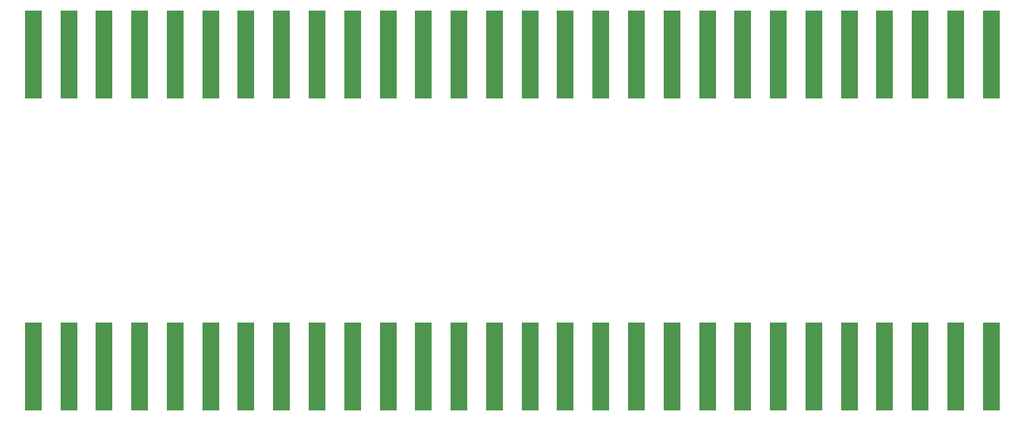
<source format=gbr>
G04 #@! TF.GenerationSoftware,KiCad,Pcbnew,(6.0.6-0)*
G04 #@! TF.CreationDate,2022-11-15T04:41:16+09:00*
G04 #@! TF.ProjectId,MahJamma,4d61684a-616d-46d6-912e-6b696361645f,rev?*
G04 #@! TF.SameCoordinates,Original*
G04 #@! TF.FileFunction,Paste,Bot*
G04 #@! TF.FilePolarity,Positive*
%FSLAX46Y46*%
G04 Gerber Fmt 4.6, Leading zero omitted, Abs format (unit mm)*
G04 Created by KiCad (PCBNEW (6.0.6-0)) date 2022-11-15 04:41:16*
%MOMM*%
%LPD*%
G01*
G04 APERTURE LIST*
%ADD10R,1.980000X9.900000*%
G04 APERTURE END LIST*
D10*
X101480000Y-51435000D03*
X105440000Y-51435000D03*
X109400000Y-51435000D03*
X113360000Y-51435000D03*
X117320000Y-51435000D03*
X121280000Y-51435000D03*
X125240000Y-51435000D03*
X129200000Y-51435000D03*
X133160000Y-51435000D03*
X137120000Y-51435000D03*
X141080000Y-51435000D03*
X145040000Y-51435000D03*
X149000000Y-51435000D03*
X152960000Y-51435000D03*
X156920000Y-51435000D03*
X160880000Y-51435000D03*
X164840000Y-51435000D03*
X168800000Y-51435000D03*
X172760000Y-51435000D03*
X176720000Y-51435000D03*
X180680000Y-51435000D03*
X184640000Y-51435000D03*
X188600000Y-51435000D03*
X192560000Y-51435000D03*
X196520000Y-51435000D03*
X200480000Y-51435000D03*
X204440000Y-51435000D03*
X208400000Y-51435000D03*
X208400000Y-86360000D03*
X204440000Y-86360000D03*
X200480000Y-86360000D03*
X196520000Y-86360000D03*
X192560000Y-86360000D03*
X188600000Y-86360000D03*
X184640000Y-86360000D03*
X180680000Y-86360000D03*
X176720000Y-86360000D03*
X172760000Y-86360000D03*
X168800000Y-86360000D03*
X164840000Y-86360000D03*
X160880000Y-86360000D03*
X156920000Y-86360000D03*
X152960000Y-86360000D03*
X149000000Y-86360000D03*
X145040000Y-86360000D03*
X141080000Y-86360000D03*
X137120000Y-86360000D03*
X133160000Y-86360000D03*
X129200000Y-86360000D03*
X125240000Y-86360000D03*
X121280000Y-86360000D03*
X117320000Y-86360000D03*
X113360000Y-86360000D03*
X109400000Y-86360000D03*
X105440000Y-86360000D03*
X101480000Y-86360000D03*
M02*

</source>
